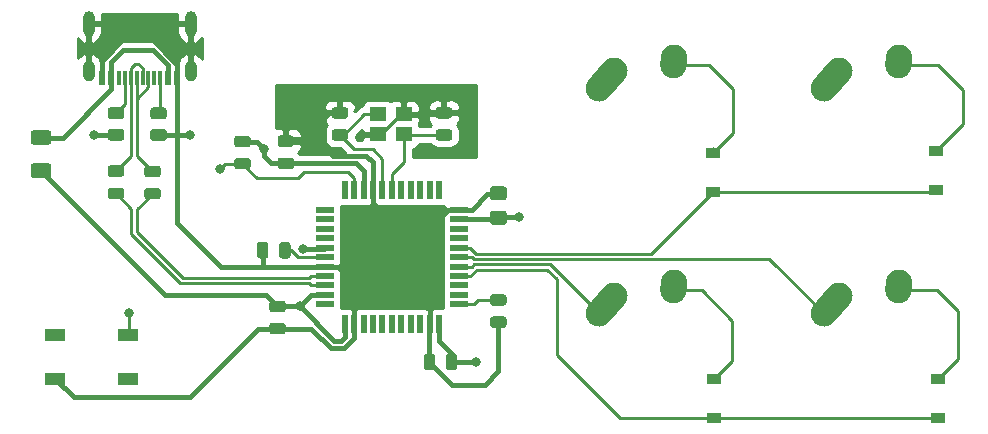
<source format=gbr>
G04 #@! TF.GenerationSoftware,KiCad,Pcbnew,(5.1.9-0-10_14)*
G04 #@! TF.CreationDate,2021-07-26T10:25:34-04:00*
G04 #@! TF.ProjectId,4key-pcb,346b6579-2d70-4636-922e-6b696361645f,rev?*
G04 #@! TF.SameCoordinates,Original*
G04 #@! TF.FileFunction,Copper,L2,Bot*
G04 #@! TF.FilePolarity,Positive*
%FSLAX46Y46*%
G04 Gerber Fmt 4.6, Leading zero omitted, Abs format (unit mm)*
G04 Created by KiCad (PCBNEW (5.1.9-0-10_14)) date 2021-07-26 10:25:34*
%MOMM*%
%LPD*%
G01*
G04 APERTURE LIST*
G04 #@! TA.AperFunction,ConnectorPad*
%ADD10R,0.600000X1.150000*%
G04 #@! TD*
G04 #@! TA.AperFunction,ConnectorPad*
%ADD11R,0.300000X1.150000*%
G04 #@! TD*
G04 #@! TA.AperFunction,ComponentPad*
%ADD12O,1.000000X2.200000*%
G04 #@! TD*
G04 #@! TA.AperFunction,ComponentPad*
%ADD13O,1.000000X1.800000*%
G04 #@! TD*
G04 #@! TA.AperFunction,ComponentPad*
%ADD14C,2.250000*%
G04 #@! TD*
G04 #@! TA.AperFunction,SMDPad,CuDef*
%ADD15R,1.400000X1.200000*%
G04 #@! TD*
G04 #@! TA.AperFunction,SMDPad,CuDef*
%ADD16R,1.200000X0.900000*%
G04 #@! TD*
G04 #@! TA.AperFunction,SMDPad,CuDef*
%ADD17R,1.500000X0.550000*%
G04 #@! TD*
G04 #@! TA.AperFunction,SMDPad,CuDef*
%ADD18R,0.550000X1.500000*%
G04 #@! TD*
G04 #@! TA.AperFunction,SMDPad,CuDef*
%ADD19R,1.800000X1.100000*%
G04 #@! TD*
G04 #@! TA.AperFunction,ViaPad*
%ADD20C,0.800000*%
G04 #@! TD*
G04 #@! TA.AperFunction,Conductor*
%ADD21C,0.381000*%
G04 #@! TD*
G04 #@! TA.AperFunction,Conductor*
%ADD22C,0.254000*%
G04 #@! TD*
G04 #@! TA.AperFunction,Conductor*
%ADD23C,0.100000*%
G04 #@! TD*
G04 APERTURE END LIST*
D10*
X60150000Y-93325000D03*
X60950000Y-93325000D03*
X66550000Y-93325000D03*
X65750000Y-93325000D03*
D11*
X61600000Y-93325000D03*
X62100000Y-93325000D03*
X62600000Y-93325000D03*
X63100000Y-93325000D03*
X65100000Y-93325000D03*
X64600000Y-93325000D03*
X64100000Y-93325000D03*
X63600000Y-93325000D03*
D12*
X67670000Y-88750000D03*
X59030000Y-88750000D03*
D13*
X59030000Y-92750000D03*
X67670000Y-92750000D03*
G04 #@! TA.AperFunction,SMDPad,CuDef*
G36*
G01*
X64499998Y-97662500D02*
X65400002Y-97662500D01*
G75*
G02*
X65650000Y-97912498I0J-249998D01*
G01*
X65650000Y-98437502D01*
G75*
G02*
X65400002Y-98687500I-249998J0D01*
G01*
X64499998Y-98687500D01*
G75*
G02*
X64250000Y-98437502I0J249998D01*
G01*
X64250000Y-97912498D01*
G75*
G02*
X64499998Y-97662500I249998J0D01*
G01*
G37*
G04 #@! TD.AperFunction*
G04 #@! TA.AperFunction,SMDPad,CuDef*
G36*
G01*
X64499998Y-95837500D02*
X65400002Y-95837500D01*
G75*
G02*
X65650000Y-96087498I0J-249998D01*
G01*
X65650000Y-96612502D01*
G75*
G02*
X65400002Y-96862500I-249998J0D01*
G01*
X64499998Y-96862500D01*
G75*
G02*
X64250000Y-96612502I0J249998D01*
G01*
X64250000Y-96087498D01*
G75*
G02*
X64499998Y-95837500I249998J0D01*
G01*
G37*
G04 #@! TD.AperFunction*
G04 #@! TA.AperFunction,SMDPad,CuDef*
G36*
G01*
X60899998Y-97662500D02*
X61800002Y-97662500D01*
G75*
G02*
X62050000Y-97912498I0J-249998D01*
G01*
X62050000Y-98437502D01*
G75*
G02*
X61800002Y-98687500I-249998J0D01*
G01*
X60899998Y-98687500D01*
G75*
G02*
X60650000Y-98437502I0J249998D01*
G01*
X60650000Y-97912498D01*
G75*
G02*
X60899998Y-97662500I249998J0D01*
G01*
G37*
G04 #@! TD.AperFunction*
G04 #@! TA.AperFunction,SMDPad,CuDef*
G36*
G01*
X60899998Y-95837500D02*
X61800002Y-95837500D01*
G75*
G02*
X62050000Y-96087498I0J-249998D01*
G01*
X62050000Y-96612502D01*
G75*
G02*
X61800002Y-96862500I-249998J0D01*
G01*
X60899998Y-96862500D01*
G75*
G02*
X60650000Y-96612502I0J249998D01*
G01*
X60650000Y-96087498D01*
G75*
G02*
X60899998Y-95837500I249998J0D01*
G01*
G37*
G04 #@! TD.AperFunction*
G04 #@! TA.AperFunction,SMDPad,CuDef*
G36*
G01*
X94201000Y-103705000D02*
X93251000Y-103705000D01*
G75*
G02*
X93001000Y-103455000I0J250000D01*
G01*
X93001000Y-102780000D01*
G75*
G02*
X93251000Y-102530000I250000J0D01*
G01*
X94201000Y-102530000D01*
G75*
G02*
X94451000Y-102780000I0J-250000D01*
G01*
X94451000Y-103455000D01*
G75*
G02*
X94201000Y-103705000I-250000J0D01*
G01*
G37*
G04 #@! TD.AperFunction*
G04 #@! TA.AperFunction,SMDPad,CuDef*
G36*
G01*
X94201000Y-105780000D02*
X93251000Y-105780000D01*
G75*
G02*
X93001000Y-105530000I0J250000D01*
G01*
X93001000Y-104855000D01*
G75*
G02*
X93251000Y-104605000I250000J0D01*
G01*
X94201000Y-104605000D01*
G75*
G02*
X94451000Y-104855000I0J-250000D01*
G01*
X94451000Y-105530000D01*
G75*
G02*
X94201000Y-105780000I-250000J0D01*
G01*
G37*
G04 #@! TD.AperFunction*
G04 #@! TA.AperFunction,ComponentPad*
G36*
G01*
X127518483Y-112446395D02*
X127517597Y-112446334D01*
G75*
G02*
X126472666Y-111246597I77403J1122334D01*
G01*
X126512666Y-110666597D01*
G75*
G02*
X127712403Y-109621666I1122334J-77403D01*
G01*
X127712403Y-109621666D01*
G75*
G02*
X128757334Y-110821403I-77403J-1122334D01*
G01*
X128717334Y-111401403D01*
G75*
G02*
X127517597Y-112446334I-1122334J77403D01*
G01*
G37*
G04 #@! TD.AperFunction*
D14*
X127635000Y-110744000D03*
G04 #@! TA.AperFunction,ComponentPad*
G36*
G01*
X120533688Y-114121350D02*
X120533683Y-114121345D01*
G75*
G02*
X120447655Y-112532683I751317J837345D01*
G01*
X121757657Y-111072683D01*
G75*
G02*
X123346319Y-110986655I837345J-751317D01*
G01*
X123346319Y-110986655D01*
G75*
G02*
X123432347Y-112575317I-751317J-837345D01*
G01*
X122122345Y-114035317D01*
G75*
G02*
X120533683Y-114121345I-837345J751317D01*
G01*
G37*
G04 #@! TD.AperFunction*
X122595000Y-111824000D03*
X103545000Y-92774000D03*
G04 #@! TA.AperFunction,ComponentPad*
G36*
G01*
X101483688Y-95071350D02*
X101483683Y-95071345D01*
G75*
G02*
X101397655Y-93482683I751317J837345D01*
G01*
X102707657Y-92022683D01*
G75*
G02*
X104296319Y-91936655I837345J-751317D01*
G01*
X104296319Y-91936655D01*
G75*
G02*
X104382347Y-93525317I-751317J-837345D01*
G01*
X103072345Y-94985317D01*
G75*
G02*
X101483683Y-95071345I-837345J751317D01*
G01*
G37*
G04 #@! TD.AperFunction*
X108585000Y-91694000D03*
G04 #@! TA.AperFunction,ComponentPad*
G36*
G01*
X108468483Y-93396395D02*
X108467597Y-93396334D01*
G75*
G02*
X107422666Y-92196597I77403J1122334D01*
G01*
X107462666Y-91616597D01*
G75*
G02*
X108662403Y-90571666I1122334J-77403D01*
G01*
X108662403Y-90571666D01*
G75*
G02*
X109707334Y-91771403I-77403J-1122334D01*
G01*
X109667334Y-92351403D01*
G75*
G02*
X108467597Y-93396334I-1122334J77403D01*
G01*
G37*
G04 #@! TD.AperFunction*
G04 #@! TA.AperFunction,SMDPad,CuDef*
G36*
G01*
X88372500Y-116943750D02*
X88372500Y-117856250D01*
G75*
G02*
X88128750Y-118100000I-243750J0D01*
G01*
X87641250Y-118100000D01*
G75*
G02*
X87397500Y-117856250I0J243750D01*
G01*
X87397500Y-116943750D01*
G75*
G02*
X87641250Y-116700000I243750J0D01*
G01*
X88128750Y-116700000D01*
G75*
G02*
X88372500Y-116943750I0J-243750D01*
G01*
G37*
G04 #@! TD.AperFunction*
G04 #@! TA.AperFunction,SMDPad,CuDef*
G36*
G01*
X90247500Y-116943750D02*
X90247500Y-117856250D01*
G75*
G02*
X90003750Y-118100000I-243750J0D01*
G01*
X89516250Y-118100000D01*
G75*
G02*
X89272500Y-117856250I0J243750D01*
G01*
X89272500Y-116943750D01*
G75*
G02*
X89516250Y-116700000I243750J0D01*
G01*
X90003750Y-116700000D01*
G75*
G02*
X90247500Y-116943750I0J-243750D01*
G01*
G37*
G04 #@! TD.AperFunction*
G04 #@! TA.AperFunction,SMDPad,CuDef*
G36*
G01*
X76186250Y-99192500D02*
X75273750Y-99192500D01*
G75*
G02*
X75030000Y-98948750I0J243750D01*
G01*
X75030000Y-98461250D01*
G75*
G02*
X75273750Y-98217500I243750J0D01*
G01*
X76186250Y-98217500D01*
G75*
G02*
X76430000Y-98461250I0J-243750D01*
G01*
X76430000Y-98948750D01*
G75*
G02*
X76186250Y-99192500I-243750J0D01*
G01*
G37*
G04 #@! TD.AperFunction*
G04 #@! TA.AperFunction,SMDPad,CuDef*
G36*
G01*
X76186250Y-101067500D02*
X75273750Y-101067500D01*
G75*
G02*
X75030000Y-100823750I0J243750D01*
G01*
X75030000Y-100336250D01*
G75*
G02*
X75273750Y-100092500I243750J0D01*
G01*
X76186250Y-100092500D01*
G75*
G02*
X76430000Y-100336250I0J-243750D01*
G01*
X76430000Y-100823750D01*
G75*
G02*
X76186250Y-101067500I-243750J0D01*
G01*
G37*
G04 #@! TD.AperFunction*
G04 #@! TA.AperFunction,SMDPad,CuDef*
G36*
G01*
X74563750Y-114087500D02*
X75476250Y-114087500D01*
G75*
G02*
X75720000Y-114331250I0J-243750D01*
G01*
X75720000Y-114818750D01*
G75*
G02*
X75476250Y-115062500I-243750J0D01*
G01*
X74563750Y-115062500D01*
G75*
G02*
X74320000Y-114818750I0J243750D01*
G01*
X74320000Y-114331250D01*
G75*
G02*
X74563750Y-114087500I243750J0D01*
G01*
G37*
G04 #@! TD.AperFunction*
G04 #@! TA.AperFunction,SMDPad,CuDef*
G36*
G01*
X74563750Y-112212500D02*
X75476250Y-112212500D01*
G75*
G02*
X75720000Y-112456250I0J-243750D01*
G01*
X75720000Y-112943750D01*
G75*
G02*
X75476250Y-113187500I-243750J0D01*
G01*
X74563750Y-113187500D01*
G75*
G02*
X74320000Y-112943750I0J243750D01*
G01*
X74320000Y-112456250D01*
G75*
G02*
X74563750Y-112212500I243750J0D01*
G01*
G37*
G04 #@! TD.AperFunction*
G04 #@! TA.AperFunction,SMDPad,CuDef*
G36*
G01*
X89576250Y-96790000D02*
X88663750Y-96790000D01*
G75*
G02*
X88420000Y-96546250I0J243750D01*
G01*
X88420000Y-96058750D01*
G75*
G02*
X88663750Y-95815000I243750J0D01*
G01*
X89576250Y-95815000D01*
G75*
G02*
X89820000Y-96058750I0J-243750D01*
G01*
X89820000Y-96546250D01*
G75*
G02*
X89576250Y-96790000I-243750J0D01*
G01*
G37*
G04 #@! TD.AperFunction*
G04 #@! TA.AperFunction,SMDPad,CuDef*
G36*
G01*
X89576250Y-98665000D02*
X88663750Y-98665000D01*
G75*
G02*
X88420000Y-98421250I0J243750D01*
G01*
X88420000Y-97933750D01*
G75*
G02*
X88663750Y-97690000I243750J0D01*
G01*
X89576250Y-97690000D01*
G75*
G02*
X89820000Y-97933750I0J-243750D01*
G01*
X89820000Y-98421250D01*
G75*
G02*
X89576250Y-98665000I-243750J0D01*
G01*
G37*
G04 #@! TD.AperFunction*
G04 #@! TA.AperFunction,SMDPad,CuDef*
G36*
G01*
X80766250Y-96797500D02*
X79853750Y-96797500D01*
G75*
G02*
X79610000Y-96553750I0J243750D01*
G01*
X79610000Y-96066250D01*
G75*
G02*
X79853750Y-95822500I243750J0D01*
G01*
X80766250Y-95822500D01*
G75*
G02*
X81010000Y-96066250I0J-243750D01*
G01*
X81010000Y-96553750D01*
G75*
G02*
X80766250Y-96797500I-243750J0D01*
G01*
G37*
G04 #@! TD.AperFunction*
G04 #@! TA.AperFunction,SMDPad,CuDef*
G36*
G01*
X80766250Y-98672500D02*
X79853750Y-98672500D01*
G75*
G02*
X79610000Y-98428750I0J243750D01*
G01*
X79610000Y-97941250D01*
G75*
G02*
X79853750Y-97697500I243750J0D01*
G01*
X80766250Y-97697500D01*
G75*
G02*
X81010000Y-97941250I0J-243750D01*
G01*
X81010000Y-98428750D01*
G75*
G02*
X80766250Y-98672500I-243750J0D01*
G01*
G37*
G04 #@! TD.AperFunction*
G04 #@! TA.AperFunction,SMDPad,CuDef*
G36*
G01*
X74252500Y-107483750D02*
X74252500Y-108396250D01*
G75*
G02*
X74008750Y-108640000I-243750J0D01*
G01*
X73521250Y-108640000D01*
G75*
G02*
X73277500Y-108396250I0J243750D01*
G01*
X73277500Y-107483750D01*
G75*
G02*
X73521250Y-107240000I243750J0D01*
G01*
X74008750Y-107240000D01*
G75*
G02*
X74252500Y-107483750I0J-243750D01*
G01*
G37*
G04 #@! TD.AperFunction*
G04 #@! TA.AperFunction,SMDPad,CuDef*
G36*
G01*
X76127500Y-107483750D02*
X76127500Y-108396250D01*
G75*
G02*
X75883750Y-108640000I-243750J0D01*
G01*
X75396250Y-108640000D01*
G75*
G02*
X75152500Y-108396250I0J243750D01*
G01*
X75152500Y-107483750D01*
G75*
G02*
X75396250Y-107240000I243750J0D01*
G01*
X75883750Y-107240000D01*
G75*
G02*
X76127500Y-107483750I0J-243750D01*
G01*
G37*
G04 #@! TD.AperFunction*
D15*
X85720000Y-98140000D03*
X83520000Y-98140000D03*
X83520000Y-96440000D03*
X85720000Y-96440000D03*
D16*
X112014000Y-118874000D03*
X112014000Y-122174000D03*
X130810000Y-102869000D03*
X130810000Y-99569000D03*
X111887000Y-99697000D03*
X111887000Y-102997000D03*
X130937000Y-122174000D03*
X130937000Y-118874000D03*
G04 #@! TA.AperFunction,SMDPad,CuDef*
G36*
G01*
X55625000Y-101825000D02*
X54375000Y-101825000D01*
G75*
G02*
X54125000Y-101575000I0J250000D01*
G01*
X54125000Y-100825000D01*
G75*
G02*
X54375000Y-100575000I250000J0D01*
G01*
X55625000Y-100575000D01*
G75*
G02*
X55875000Y-100825000I0J-250000D01*
G01*
X55875000Y-101575000D01*
G75*
G02*
X55625000Y-101825000I-250000J0D01*
G01*
G37*
G04 #@! TD.AperFunction*
G04 #@! TA.AperFunction,SMDPad,CuDef*
G36*
G01*
X55625000Y-99025000D02*
X54375000Y-99025000D01*
G75*
G02*
X54125000Y-98775000I0J250000D01*
G01*
X54125000Y-98025000D01*
G75*
G02*
X54375000Y-97775000I250000J0D01*
G01*
X55625000Y-97775000D01*
G75*
G02*
X55875000Y-98025000I0J-250000D01*
G01*
X55875000Y-98775000D01*
G75*
G02*
X55625000Y-99025000I-250000J0D01*
G01*
G37*
G04 #@! TD.AperFunction*
G04 #@! TA.AperFunction,ComponentPad*
G36*
G01*
X127518483Y-93396395D02*
X127517597Y-93396334D01*
G75*
G02*
X126472666Y-92196597I77403J1122334D01*
G01*
X126512666Y-91616597D01*
G75*
G02*
X127712403Y-90571666I1122334J-77403D01*
G01*
X127712403Y-90571666D01*
G75*
G02*
X128757334Y-91771403I-77403J-1122334D01*
G01*
X128717334Y-92351403D01*
G75*
G02*
X127517597Y-93396334I-1122334J77403D01*
G01*
G37*
G04 #@! TD.AperFunction*
D14*
X127635000Y-91694000D03*
G04 #@! TA.AperFunction,ComponentPad*
G36*
G01*
X120533688Y-95071350D02*
X120533683Y-95071345D01*
G75*
G02*
X120447655Y-93482683I751317J837345D01*
G01*
X121757657Y-92022683D01*
G75*
G02*
X123346319Y-91936655I837345J-751317D01*
G01*
X123346319Y-91936655D01*
G75*
G02*
X123432347Y-93525317I-751317J-837345D01*
G01*
X122122345Y-94985317D01*
G75*
G02*
X120533683Y-95071345I-837345J751317D01*
G01*
G37*
G04 #@! TD.AperFunction*
X122595000Y-92774000D03*
X103545000Y-111824000D03*
G04 #@! TA.AperFunction,ComponentPad*
G36*
G01*
X101483688Y-114121350D02*
X101483683Y-114121345D01*
G75*
G02*
X101397655Y-112532683I751317J837345D01*
G01*
X102707657Y-111072683D01*
G75*
G02*
X104296319Y-110986655I837345J-751317D01*
G01*
X104296319Y-110986655D01*
G75*
G02*
X104382347Y-112575317I-751317J-837345D01*
G01*
X103072345Y-114035317D01*
G75*
G02*
X101483683Y-114121345I-837345J751317D01*
G01*
G37*
G04 #@! TD.AperFunction*
X108585000Y-110744000D03*
G04 #@! TA.AperFunction,ComponentPad*
G36*
G01*
X108468483Y-112446395D02*
X108467597Y-112446334D01*
G75*
G02*
X107422666Y-111246597I77403J1122334D01*
G01*
X107462666Y-110666597D01*
G75*
G02*
X108662403Y-109621666I1122334J-77403D01*
G01*
X108662403Y-109621666D01*
G75*
G02*
X109707334Y-110821403I-77403J-1122334D01*
G01*
X109667334Y-111401403D01*
G75*
G02*
X108467597Y-112446334I-1122334J77403D01*
G01*
G37*
G04 #@! TD.AperFunction*
D17*
X79009000Y-112521500D03*
X79009000Y-111721500D03*
X79009000Y-110921500D03*
X79009000Y-110121500D03*
X79009000Y-109321500D03*
X79009000Y-108521500D03*
X79009000Y-107721500D03*
X79009000Y-106921500D03*
X79009000Y-106121500D03*
X79009000Y-105321500D03*
X79009000Y-104521500D03*
D18*
X80709000Y-102821500D03*
X81509000Y-102821500D03*
X82309000Y-102821500D03*
X83109000Y-102821500D03*
X83909000Y-102821500D03*
X84709000Y-102821500D03*
X85509000Y-102821500D03*
X86309000Y-102821500D03*
X87109000Y-102821500D03*
X87909000Y-102821500D03*
X88709000Y-102821500D03*
D17*
X90409000Y-104521500D03*
X90409000Y-105321500D03*
X90409000Y-106121500D03*
X90409000Y-106921500D03*
X90409000Y-107721500D03*
X90409000Y-108521500D03*
X90409000Y-109321500D03*
X90409000Y-110121500D03*
X90409000Y-110921500D03*
X90409000Y-111721500D03*
X90409000Y-112521500D03*
D18*
X88709000Y-114221500D03*
X87909000Y-114221500D03*
X87109000Y-114221500D03*
X86309000Y-114221500D03*
X85509000Y-114221500D03*
X84709000Y-114221500D03*
X83909000Y-114221500D03*
X83109000Y-114221500D03*
X82309000Y-114221500D03*
X81509000Y-114221500D03*
X80709000Y-114221500D03*
G04 #@! TA.AperFunction,SMDPad,CuDef*
G36*
G01*
X64906250Y-101762500D02*
X63993750Y-101762500D01*
G75*
G02*
X63750000Y-101518750I0J243750D01*
G01*
X63750000Y-101031250D01*
G75*
G02*
X63993750Y-100787500I243750J0D01*
G01*
X64906250Y-100787500D01*
G75*
G02*
X65150000Y-101031250I0J-243750D01*
G01*
X65150000Y-101518750D01*
G75*
G02*
X64906250Y-101762500I-243750J0D01*
G01*
G37*
G04 #@! TD.AperFunction*
G04 #@! TA.AperFunction,SMDPad,CuDef*
G36*
G01*
X64906250Y-103637500D02*
X63993750Y-103637500D01*
G75*
G02*
X63750000Y-103393750I0J243750D01*
G01*
X63750000Y-102906250D01*
G75*
G02*
X63993750Y-102662500I243750J0D01*
G01*
X64906250Y-102662500D01*
G75*
G02*
X65150000Y-102906250I0J-243750D01*
G01*
X65150000Y-103393750D01*
G75*
G02*
X64906250Y-103637500I-243750J0D01*
G01*
G37*
G04 #@! TD.AperFunction*
G04 #@! TA.AperFunction,SMDPad,CuDef*
G36*
G01*
X61806250Y-103612500D02*
X60893750Y-103612500D01*
G75*
G02*
X60650000Y-103368750I0J243750D01*
G01*
X60650000Y-102881250D01*
G75*
G02*
X60893750Y-102637500I243750J0D01*
G01*
X61806250Y-102637500D01*
G75*
G02*
X62050000Y-102881250I0J-243750D01*
G01*
X62050000Y-103368750D01*
G75*
G02*
X61806250Y-103612500I-243750J0D01*
G01*
G37*
G04 #@! TD.AperFunction*
G04 #@! TA.AperFunction,SMDPad,CuDef*
G36*
G01*
X61806250Y-101737500D02*
X60893750Y-101737500D01*
G75*
G02*
X60650000Y-101493750I0J243750D01*
G01*
X60650000Y-101006250D01*
G75*
G02*
X60893750Y-100762500I243750J0D01*
G01*
X61806250Y-100762500D01*
G75*
G02*
X62050000Y-101006250I0J-243750D01*
G01*
X62050000Y-101493750D01*
G75*
G02*
X61806250Y-101737500I-243750J0D01*
G01*
G37*
G04 #@! TD.AperFunction*
G04 #@! TA.AperFunction,SMDPad,CuDef*
G36*
G01*
X94182250Y-112643500D02*
X93269750Y-112643500D01*
G75*
G02*
X93026000Y-112399750I0J243750D01*
G01*
X93026000Y-111912250D01*
G75*
G02*
X93269750Y-111668500I243750J0D01*
G01*
X94182250Y-111668500D01*
G75*
G02*
X94426000Y-111912250I0J-243750D01*
G01*
X94426000Y-112399750D01*
G75*
G02*
X94182250Y-112643500I-243750J0D01*
G01*
G37*
G04 #@! TD.AperFunction*
G04 #@! TA.AperFunction,SMDPad,CuDef*
G36*
G01*
X94182250Y-114518500D02*
X93269750Y-114518500D01*
G75*
G02*
X93026000Y-114274750I0J243750D01*
G01*
X93026000Y-113787250D01*
G75*
G02*
X93269750Y-113543500I243750J0D01*
G01*
X94182250Y-113543500D01*
G75*
G02*
X94426000Y-113787250I0J-243750D01*
G01*
X94426000Y-114274750D01*
G75*
G02*
X94182250Y-114518500I-243750J0D01*
G01*
G37*
G04 #@! TD.AperFunction*
G04 #@! TA.AperFunction,SMDPad,CuDef*
G36*
G01*
X71603750Y-98252500D02*
X72516250Y-98252500D01*
G75*
G02*
X72760000Y-98496250I0J-243750D01*
G01*
X72760000Y-98983750D01*
G75*
G02*
X72516250Y-99227500I-243750J0D01*
G01*
X71603750Y-99227500D01*
G75*
G02*
X71360000Y-98983750I0J243750D01*
G01*
X71360000Y-98496250D01*
G75*
G02*
X71603750Y-98252500I243750J0D01*
G01*
G37*
G04 #@! TD.AperFunction*
G04 #@! TA.AperFunction,SMDPad,CuDef*
G36*
G01*
X71603750Y-100127500D02*
X72516250Y-100127500D01*
G75*
G02*
X72760000Y-100371250I0J-243750D01*
G01*
X72760000Y-100858750D01*
G75*
G02*
X72516250Y-101102500I-243750J0D01*
G01*
X71603750Y-101102500D01*
G75*
G02*
X71360000Y-100858750I0J243750D01*
G01*
X71360000Y-100371250D01*
G75*
G02*
X71603750Y-100127500I243750J0D01*
G01*
G37*
G04 #@! TD.AperFunction*
D19*
X56209000Y-118817000D03*
X62409000Y-115117000D03*
X56209000Y-115117000D03*
X62409000Y-118817000D03*
D20*
X67600000Y-98200000D03*
X59500000Y-98200000D03*
X70180000Y-101040000D03*
X62430000Y-113230000D03*
X76910000Y-112700000D03*
X91810000Y-117440000D03*
X95480000Y-105130000D03*
X77220000Y-107794500D03*
X73900000Y-99410000D03*
D21*
X87885000Y-117400000D02*
X87885000Y-114245500D01*
X90409000Y-104521500D02*
X91498500Y-104521500D01*
X92802500Y-103217500D02*
X93726000Y-103217500D01*
X91498500Y-104521500D02*
X92802500Y-103217500D01*
X93726000Y-114031000D02*
X93726000Y-118194000D01*
X93726000Y-118194000D02*
X92600000Y-119320000D01*
X89805000Y-119320000D02*
X87885000Y-117400000D01*
X92600000Y-119320000D02*
X89805000Y-119320000D01*
X81509000Y-114221500D02*
X81509000Y-115411000D01*
X81509000Y-115411000D02*
X80690000Y-116230000D01*
X80690000Y-116230000D02*
X79550000Y-116230000D01*
X77895000Y-114575000D02*
X75020000Y-114575000D01*
X79550000Y-116230000D02*
X77895000Y-114575000D01*
X73765000Y-109185000D02*
X73628500Y-109321500D01*
X73765000Y-107940000D02*
X73765000Y-109185000D01*
X73628500Y-109321500D02*
X79009000Y-109321500D01*
X70241500Y-109321500D02*
X73628500Y-109321500D01*
X83520000Y-98140000D02*
X83760000Y-98140000D01*
X85460000Y-96440000D02*
X85720000Y-96440000D01*
D22*
X83760000Y-98140000D02*
X85460000Y-96440000D01*
D21*
X88982500Y-96440000D02*
X89120000Y-96302500D01*
X85720000Y-96440000D02*
X88982500Y-96440000D01*
X80310000Y-95110000D02*
X80310000Y-96310000D01*
X80790000Y-94630000D02*
X80310000Y-95110000D01*
X88460000Y-94630000D02*
X80790000Y-94630000D01*
X89120000Y-95290000D02*
X88460000Y-94630000D01*
X89120000Y-96302500D02*
X89120000Y-95290000D01*
X80310000Y-96310000D02*
X79400000Y-96310000D01*
X79400000Y-96310000D02*
X78940000Y-96770000D01*
X78940000Y-99150000D02*
X79710000Y-99920000D01*
X79710000Y-99920000D02*
X82520000Y-99920000D01*
X83109000Y-100509000D02*
X83109000Y-102821500D01*
X82520000Y-99920000D02*
X83109000Y-100509000D01*
X75895000Y-98540000D02*
X75730000Y-98705000D01*
X78940000Y-98540000D02*
X75895000Y-98540000D01*
X78940000Y-96770000D02*
X78940000Y-98540000D01*
X78940000Y-98540000D02*
X78940000Y-99150000D01*
X75020000Y-114575000D02*
X73395000Y-114575000D01*
X73395000Y-114575000D02*
X67580000Y-120390000D01*
X57782000Y-120390000D02*
X56209000Y-118817000D01*
X67580000Y-120390000D02*
X57782000Y-120390000D01*
X81509000Y-110690500D02*
X81509000Y-114221500D01*
X80140000Y-109321500D02*
X81509000Y-110690500D01*
X79009000Y-109321500D02*
X80140000Y-109321500D01*
X87909000Y-111509000D02*
X87909000Y-114221500D01*
X87090500Y-110690500D02*
X87909000Y-111509000D01*
X81509000Y-110690500D02*
X87090500Y-110690500D01*
X89481098Y-104521500D02*
X90409000Y-104521500D01*
X87090500Y-106912098D02*
X89481098Y-104521500D01*
X87090500Y-110690500D02*
X87090500Y-106912098D01*
X83109000Y-103952500D02*
X83109000Y-102821500D01*
X86068598Y-106912098D02*
X83109000Y-103952500D01*
X87090500Y-106912098D02*
X86068598Y-106912098D01*
X66550000Y-105630000D02*
X70241500Y-109321500D01*
X64950000Y-98175000D02*
X66525000Y-98175000D01*
X66525000Y-98175000D02*
X66550000Y-98150000D01*
X66550000Y-98150000D02*
X66550000Y-105630000D01*
X66550000Y-93325000D02*
X66550000Y-98150000D01*
X67575000Y-98175000D02*
X67600000Y-98200000D01*
X64950000Y-98175000D02*
X67575000Y-98175000D01*
X61325000Y-98200000D02*
X61350000Y-98175000D01*
X59500000Y-98200000D02*
X61325000Y-98200000D01*
X60150000Y-91900000D02*
X60150000Y-93325000D01*
X64496672Y-90175000D02*
X61875000Y-90175000D01*
X61875000Y-90175000D02*
X60150000Y-91900000D01*
X66550000Y-92228328D02*
X64496672Y-90175000D01*
X66550000Y-93325000D02*
X66550000Y-92228328D01*
D22*
X81509000Y-102821500D02*
X81509000Y-101839000D01*
X81509000Y-101839000D02*
X80980000Y-101310000D01*
X80980000Y-101310000D02*
X77270000Y-101310000D01*
X77270000Y-101310000D02*
X76740000Y-101840000D01*
X73285000Y-101840000D02*
X72060000Y-100615000D01*
X76740000Y-101840000D02*
X73285000Y-101840000D01*
X70605000Y-100615000D02*
X70180000Y-101040000D01*
X72060000Y-100615000D02*
X70605000Y-100615000D01*
X62430000Y-115096000D02*
X62409000Y-115117000D01*
X62430000Y-113230000D02*
X62430000Y-115096000D01*
X63100000Y-93325000D02*
X63100000Y-95138602D01*
X63100000Y-99925000D02*
X64450000Y-101275000D01*
X63100000Y-95138602D02*
X63100000Y-99925000D01*
X63115398Y-95138602D02*
X63100000Y-95138602D01*
X64100000Y-94154000D02*
X63115398Y-95138602D01*
X64100000Y-93325000D02*
X64100000Y-94154000D01*
X63600000Y-92511398D02*
X63238602Y-92150000D01*
X63600000Y-93325000D02*
X63600000Y-92511398D01*
X62600000Y-92511398D02*
X62600000Y-93325000D01*
X62961398Y-92150000D02*
X62600000Y-92511398D01*
X63238602Y-92150000D02*
X62961398Y-92150000D01*
X62600000Y-100000000D02*
X61350000Y-101250000D01*
X62600000Y-93325000D02*
X62600000Y-100000000D01*
D21*
X56831000Y-98400000D02*
X55000000Y-98400000D01*
X60950000Y-94281000D02*
X56831000Y-98400000D01*
X60950000Y-93325000D02*
X60950000Y-94281000D01*
X65750000Y-93325000D02*
X65750000Y-92250000D01*
X65750000Y-92250000D02*
X64525000Y-91025000D01*
X64525000Y-91025000D02*
X61950000Y-91025000D01*
X60950000Y-92025000D02*
X60950000Y-93325000D01*
X61950000Y-91025000D02*
X60950000Y-92025000D01*
X75020000Y-112700000D02*
X76910000Y-112700000D01*
X77888500Y-111721500D02*
X76910000Y-112700000D01*
X79009000Y-111721500D02*
X77888500Y-111721500D01*
X89800000Y-117440000D02*
X89760000Y-117400000D01*
X91810000Y-117440000D02*
X89800000Y-117440000D01*
X89760000Y-117400000D02*
X89760000Y-116690000D01*
X88709000Y-115639000D02*
X88709000Y-114221500D01*
X89760000Y-116690000D02*
X88709000Y-115639000D01*
X93763500Y-105130000D02*
X93726000Y-105092500D01*
X95480000Y-105130000D02*
X93763500Y-105130000D01*
X93497000Y-105321500D02*
X90409000Y-105321500D01*
X93726000Y-105092500D02*
X93497000Y-105321500D01*
X76910000Y-112700000D02*
X79800000Y-115590000D01*
X79800000Y-115590000D02*
X80390000Y-115590000D01*
X80709000Y-115271000D02*
X80709000Y-114221500D01*
X80390000Y-115590000D02*
X80709000Y-115271000D01*
X79000500Y-107730000D02*
X79009000Y-107721500D01*
X78936000Y-107794500D02*
X79009000Y-107721500D01*
X77220000Y-107794500D02*
X78936000Y-107794500D01*
X73900000Y-99410000D02*
X73270000Y-98780000D01*
X72100000Y-98780000D02*
X72060000Y-98740000D01*
X73270000Y-98780000D02*
X72100000Y-98780000D01*
X73900000Y-99410000D02*
X73900000Y-99980000D01*
X74500000Y-100580000D02*
X75730000Y-100580000D01*
X73900000Y-99980000D02*
X74500000Y-100580000D01*
X82309000Y-101229000D02*
X82309000Y-102821500D01*
X81660000Y-100580000D02*
X82309000Y-101229000D01*
X75730000Y-100580000D02*
X81660000Y-100580000D01*
X65521500Y-111721500D02*
X55000000Y-101200000D01*
X74041500Y-111721500D02*
X65521500Y-111721500D01*
X75020000Y-112700000D02*
X74041500Y-111721500D01*
D22*
X93360500Y-112521500D02*
X93726000Y-112156000D01*
X90409000Y-112521500D02*
X91678500Y-112521500D01*
X92044000Y-112156000D02*
X93726000Y-112156000D01*
X91678500Y-112521500D02*
X92044000Y-112156000D01*
X62650000Y-104425000D02*
X61350000Y-103125000D01*
X62650000Y-106567067D02*
X62650000Y-104425000D01*
X66811943Y-110729010D02*
X62650000Y-106567067D01*
X77700000Y-110729010D02*
X66811943Y-110729010D01*
X77892490Y-110921500D02*
X77700000Y-110729010D01*
X79009000Y-110921500D02*
X77892490Y-110921500D01*
X63150000Y-104450000D02*
X64450000Y-103150000D01*
X77700000Y-110275000D02*
X67000000Y-110275000D01*
X63150000Y-106425000D02*
X63150000Y-104450000D01*
X67000000Y-110275000D02*
X63150000Y-106425000D01*
X77853500Y-110121500D02*
X77700000Y-110275000D01*
X79009000Y-110121500D02*
X77853500Y-110121500D01*
X78997500Y-108510000D02*
X79009000Y-108521500D01*
X75640000Y-107940000D02*
X76200000Y-107940000D01*
X76781500Y-108521500D02*
X79009000Y-108521500D01*
X76200000Y-107940000D02*
X76781500Y-108521500D01*
X83520000Y-96440000D02*
X82390000Y-96440000D01*
X80645000Y-98185000D02*
X80310000Y-98185000D01*
X82390000Y-96440000D02*
X80645000Y-98185000D01*
X80310000Y-98185000D02*
X81525000Y-99400000D01*
X81525000Y-99400000D02*
X83090000Y-99400000D01*
X83909000Y-100219000D02*
X83909000Y-102821500D01*
X83090000Y-99400000D02*
X83909000Y-100219000D01*
X85720000Y-98140000D02*
X85720000Y-100500000D01*
X84709000Y-101511000D02*
X84709000Y-102821500D01*
X85720000Y-100500000D02*
X84709000Y-101511000D01*
X85757500Y-98177500D02*
X85720000Y-98140000D01*
X89120000Y-98177500D02*
X85757500Y-98177500D01*
X127595000Y-111324000D02*
X130834000Y-111324000D01*
X130834000Y-111324000D02*
X132620000Y-113110000D01*
X132620000Y-117191000D02*
X130937000Y-118874000D01*
X132620000Y-113110000D02*
X132620000Y-117191000D01*
X122550000Y-111779000D02*
X122595000Y-111824000D01*
X116676990Y-108675990D02*
X121285000Y-113284000D01*
X91650000Y-108675990D02*
X116676990Y-108675990D01*
X91495510Y-108521500D02*
X91650000Y-108675990D01*
X90409000Y-108521500D02*
X91495510Y-108521500D01*
X101774000Y-113284000D02*
X102235000Y-113284000D01*
X98081000Y-109130000D02*
X102235000Y-113284000D01*
X91690000Y-109130000D02*
X98081000Y-109130000D01*
X91498500Y-109321500D02*
X91690000Y-109130000D01*
X90409000Y-109321500D02*
X91498500Y-109321500D01*
X112014000Y-118491962D02*
X112014000Y-118874000D01*
X108545000Y-111324000D02*
X110934000Y-111324000D01*
X110934000Y-111324000D02*
X113540000Y-113930000D01*
X113540000Y-117348000D02*
X112014000Y-118874000D01*
X113540000Y-113930000D02*
X113540000Y-117348000D01*
X130810000Y-99187962D02*
X130810000Y-99569000D01*
X133100000Y-97279000D02*
X130810000Y-99569000D01*
X133100000Y-94390000D02*
X133100000Y-97279000D01*
X130984000Y-92274000D02*
X133100000Y-94390000D01*
X127595000Y-92274000D02*
X130984000Y-92274000D01*
X111887000Y-99314962D02*
X111887000Y-99697000D01*
X108545000Y-92274000D02*
X111564000Y-92274000D01*
X111564000Y-92274000D02*
X113560000Y-94270000D01*
X113560000Y-98024000D02*
X111887000Y-99697000D01*
X113560000Y-94270000D02*
X113560000Y-98024000D01*
X130937000Y-122174000D02*
X112014000Y-122174000D01*
X91340567Y-110121500D02*
X90409000Y-110121500D01*
X97854010Y-109584010D02*
X91878057Y-109584010D01*
X98670000Y-110400000D02*
X97854010Y-109584010D01*
X98670000Y-116810000D02*
X98670000Y-110400000D01*
X91878057Y-109584010D02*
X91340567Y-110121500D01*
X104034000Y-122174000D02*
X98670000Y-116810000D01*
X112014000Y-122174000D02*
X104034000Y-122174000D01*
X111864000Y-103020000D02*
X111887000Y-102997000D01*
X130659000Y-103020000D02*
X130810000Y-102869000D01*
X130682000Y-102997000D02*
X130810000Y-102869000D01*
X111887000Y-102997000D02*
X130682000Y-102997000D01*
X91838057Y-108221980D02*
X106662020Y-108221980D01*
X106662020Y-108221980D02*
X111887000Y-102997000D01*
X91337577Y-107721500D02*
X91838057Y-108221980D01*
X90409000Y-107721500D02*
X91337577Y-107721500D01*
X62100000Y-95600000D02*
X61350000Y-96350000D01*
X62100000Y-93325000D02*
X62100000Y-95600000D01*
X65100000Y-96200000D02*
X64950000Y-96350000D01*
X65100000Y-93325000D02*
X65100000Y-96200000D01*
X91873000Y-100072167D02*
X86482000Y-100036906D01*
X86482000Y-99371966D01*
X86544482Y-99365812D01*
X86664180Y-99329502D01*
X86774494Y-99270537D01*
X86871185Y-99191185D01*
X86950537Y-99094494D01*
X87009502Y-98984180D01*
X87023056Y-98939500D01*
X87953797Y-98939500D01*
X88040208Y-99044792D01*
X88173836Y-99154458D01*
X88326291Y-99235947D01*
X88491715Y-99286128D01*
X88663750Y-99303072D01*
X89576250Y-99303072D01*
X89748285Y-99286128D01*
X89913709Y-99235947D01*
X90066164Y-99154458D01*
X90199792Y-99044792D01*
X90309458Y-98911164D01*
X90390947Y-98758709D01*
X90441128Y-98593285D01*
X90458072Y-98421250D01*
X90458072Y-97933750D01*
X90441128Y-97761715D01*
X90390947Y-97596291D01*
X90309458Y-97443836D01*
X90199792Y-97310208D01*
X90193436Y-97304992D01*
X90271185Y-97241185D01*
X90350537Y-97144494D01*
X90409502Y-97034180D01*
X90445812Y-96914482D01*
X90458072Y-96790000D01*
X90455000Y-96588250D01*
X90296250Y-96429500D01*
X89247000Y-96429500D01*
X89247000Y-96449500D01*
X88993000Y-96449500D01*
X88993000Y-96429500D01*
X87943750Y-96429500D01*
X87785000Y-96588250D01*
X87781928Y-96790000D01*
X87794188Y-96914482D01*
X87830498Y-97034180D01*
X87889463Y-97144494D01*
X87968815Y-97241185D01*
X88046564Y-97304992D01*
X88040208Y-97310208D01*
X87953797Y-97415500D01*
X87045807Y-97415500D01*
X87009502Y-97295820D01*
X87006391Y-97290000D01*
X87009502Y-97284180D01*
X87045812Y-97164482D01*
X87058072Y-97040000D01*
X87055000Y-96725750D01*
X86896250Y-96567000D01*
X85847000Y-96567000D01*
X85847000Y-96587000D01*
X85593000Y-96587000D01*
X85593000Y-96567000D01*
X85573000Y-96567000D01*
X85573000Y-96313000D01*
X85593000Y-96313000D01*
X85593000Y-95363750D01*
X85847000Y-95363750D01*
X85847000Y-96313000D01*
X86896250Y-96313000D01*
X87055000Y-96154250D01*
X87058072Y-95840000D01*
X87055610Y-95815000D01*
X87781928Y-95815000D01*
X87785000Y-96016750D01*
X87943750Y-96175500D01*
X88993000Y-96175500D01*
X88993000Y-95338750D01*
X89247000Y-95338750D01*
X89247000Y-96175500D01*
X90296250Y-96175500D01*
X90455000Y-96016750D01*
X90458072Y-95815000D01*
X90445812Y-95690518D01*
X90409502Y-95570820D01*
X90350537Y-95460506D01*
X90271185Y-95363815D01*
X90174494Y-95284463D01*
X90064180Y-95225498D01*
X89944482Y-95189188D01*
X89820000Y-95176928D01*
X89405750Y-95180000D01*
X89247000Y-95338750D01*
X88993000Y-95338750D01*
X88834250Y-95180000D01*
X88420000Y-95176928D01*
X88295518Y-95189188D01*
X88175820Y-95225498D01*
X88065506Y-95284463D01*
X87968815Y-95363815D01*
X87889463Y-95460506D01*
X87830498Y-95570820D01*
X87794188Y-95690518D01*
X87781928Y-95815000D01*
X87055610Y-95815000D01*
X87045812Y-95715518D01*
X87009502Y-95595820D01*
X86950537Y-95485506D01*
X86871185Y-95388815D01*
X86774494Y-95309463D01*
X86664180Y-95250498D01*
X86544482Y-95214188D01*
X86420000Y-95201928D01*
X86005750Y-95205000D01*
X85847000Y-95363750D01*
X85593000Y-95363750D01*
X85434250Y-95205000D01*
X85020000Y-95201928D01*
X84895518Y-95214188D01*
X84775820Y-95250498D01*
X84665506Y-95309463D01*
X84620000Y-95346809D01*
X84574494Y-95309463D01*
X84464180Y-95250498D01*
X84344482Y-95214188D01*
X84220000Y-95201928D01*
X82820000Y-95201928D01*
X82695518Y-95214188D01*
X82575820Y-95250498D01*
X82465506Y-95309463D01*
X82368815Y-95388815D01*
X82289463Y-95485506D01*
X82230498Y-95595820D01*
X82198333Y-95701854D01*
X82096985Y-95732598D01*
X82035364Y-95765535D01*
X81964607Y-95803355D01*
X81922219Y-95838143D01*
X81848578Y-95898578D01*
X81824716Y-95927654D01*
X81569372Y-96182998D01*
X81486252Y-96182998D01*
X81645000Y-96024250D01*
X81648072Y-95822500D01*
X81635812Y-95698018D01*
X81599502Y-95578320D01*
X81540537Y-95468006D01*
X81461185Y-95371315D01*
X81364494Y-95291963D01*
X81254180Y-95232998D01*
X81134482Y-95196688D01*
X81010000Y-95184428D01*
X80595750Y-95187500D01*
X80437000Y-95346250D01*
X80437000Y-96183000D01*
X80457000Y-96183000D01*
X80457000Y-96437000D01*
X80437000Y-96437000D01*
X80437000Y-96457000D01*
X80183000Y-96457000D01*
X80183000Y-96437000D01*
X79133750Y-96437000D01*
X78975000Y-96595750D01*
X78971928Y-96797500D01*
X78984188Y-96921982D01*
X79020498Y-97041680D01*
X79079463Y-97151994D01*
X79158815Y-97248685D01*
X79236564Y-97312492D01*
X79230208Y-97317708D01*
X79120542Y-97451336D01*
X79039053Y-97603791D01*
X78988872Y-97769215D01*
X78971928Y-97941250D01*
X78971928Y-98428750D01*
X78988872Y-98600785D01*
X79039053Y-98766209D01*
X79120542Y-98918664D01*
X79230208Y-99052292D01*
X79363836Y-99161958D01*
X79516291Y-99243447D01*
X79681715Y-99293628D01*
X79853750Y-99310572D01*
X80357942Y-99310572D01*
X80801869Y-99754500D01*
X76844090Y-99754500D01*
X76809792Y-99712708D01*
X76803436Y-99707492D01*
X76881185Y-99643685D01*
X76960537Y-99546994D01*
X77019502Y-99436680D01*
X77055812Y-99316982D01*
X77068072Y-99192500D01*
X77065000Y-98990750D01*
X76906250Y-98832000D01*
X75857000Y-98832000D01*
X75857000Y-98852000D01*
X75603000Y-98852000D01*
X75603000Y-98832000D01*
X75583000Y-98832000D01*
X75583000Y-98578000D01*
X75603000Y-98578000D01*
X75603000Y-97741250D01*
X75857000Y-97741250D01*
X75857000Y-98578000D01*
X76906250Y-98578000D01*
X77065000Y-98419250D01*
X77068072Y-98217500D01*
X77055812Y-98093018D01*
X77019502Y-97973320D01*
X76960537Y-97863006D01*
X76881185Y-97766315D01*
X76784494Y-97686963D01*
X76674180Y-97627998D01*
X76554482Y-97591688D01*
X76430000Y-97579428D01*
X76015750Y-97582500D01*
X75857000Y-97741250D01*
X75603000Y-97741250D01*
X75444250Y-97582500D01*
X75030000Y-97579428D01*
X74927000Y-97589572D01*
X74927000Y-95822500D01*
X78971928Y-95822500D01*
X78975000Y-96024250D01*
X79133750Y-96183000D01*
X80183000Y-96183000D01*
X80183000Y-95346250D01*
X80024250Y-95187500D01*
X79610000Y-95184428D01*
X79485518Y-95196688D01*
X79365820Y-95232998D01*
X79255506Y-95291963D01*
X79158815Y-95371315D01*
X79079463Y-95468006D01*
X79020498Y-95578320D01*
X78984188Y-95698018D01*
X78971928Y-95822500D01*
X74927000Y-95822500D01*
X74927000Y-93927000D01*
X91873000Y-93927000D01*
X91873000Y-100072167D01*
G04 #@! TA.AperFunction,Conductor*
D23*
G36*
X91873000Y-100072167D02*
G01*
X86482000Y-100036906D01*
X86482000Y-99371966D01*
X86544482Y-99365812D01*
X86664180Y-99329502D01*
X86774494Y-99270537D01*
X86871185Y-99191185D01*
X86950537Y-99094494D01*
X87009502Y-98984180D01*
X87023056Y-98939500D01*
X87953797Y-98939500D01*
X88040208Y-99044792D01*
X88173836Y-99154458D01*
X88326291Y-99235947D01*
X88491715Y-99286128D01*
X88663750Y-99303072D01*
X89576250Y-99303072D01*
X89748285Y-99286128D01*
X89913709Y-99235947D01*
X90066164Y-99154458D01*
X90199792Y-99044792D01*
X90309458Y-98911164D01*
X90390947Y-98758709D01*
X90441128Y-98593285D01*
X90458072Y-98421250D01*
X90458072Y-97933750D01*
X90441128Y-97761715D01*
X90390947Y-97596291D01*
X90309458Y-97443836D01*
X90199792Y-97310208D01*
X90193436Y-97304992D01*
X90271185Y-97241185D01*
X90350537Y-97144494D01*
X90409502Y-97034180D01*
X90445812Y-96914482D01*
X90458072Y-96790000D01*
X90455000Y-96588250D01*
X90296250Y-96429500D01*
X89247000Y-96429500D01*
X89247000Y-96449500D01*
X88993000Y-96449500D01*
X88993000Y-96429500D01*
X87943750Y-96429500D01*
X87785000Y-96588250D01*
X87781928Y-96790000D01*
X87794188Y-96914482D01*
X87830498Y-97034180D01*
X87889463Y-97144494D01*
X87968815Y-97241185D01*
X88046564Y-97304992D01*
X88040208Y-97310208D01*
X87953797Y-97415500D01*
X87045807Y-97415500D01*
X87009502Y-97295820D01*
X87006391Y-97290000D01*
X87009502Y-97284180D01*
X87045812Y-97164482D01*
X87058072Y-97040000D01*
X87055000Y-96725750D01*
X86896250Y-96567000D01*
X85847000Y-96567000D01*
X85847000Y-96587000D01*
X85593000Y-96587000D01*
X85593000Y-96567000D01*
X85573000Y-96567000D01*
X85573000Y-96313000D01*
X85593000Y-96313000D01*
X85593000Y-95363750D01*
X85847000Y-95363750D01*
X85847000Y-96313000D01*
X86896250Y-96313000D01*
X87055000Y-96154250D01*
X87058072Y-95840000D01*
X87055610Y-95815000D01*
X87781928Y-95815000D01*
X87785000Y-96016750D01*
X87943750Y-96175500D01*
X88993000Y-96175500D01*
X88993000Y-95338750D01*
X89247000Y-95338750D01*
X89247000Y-96175500D01*
X90296250Y-96175500D01*
X90455000Y-96016750D01*
X90458072Y-95815000D01*
X90445812Y-95690518D01*
X90409502Y-95570820D01*
X90350537Y-95460506D01*
X90271185Y-95363815D01*
X90174494Y-95284463D01*
X90064180Y-95225498D01*
X89944482Y-95189188D01*
X89820000Y-95176928D01*
X89405750Y-95180000D01*
X89247000Y-95338750D01*
X88993000Y-95338750D01*
X88834250Y-95180000D01*
X88420000Y-95176928D01*
X88295518Y-95189188D01*
X88175820Y-95225498D01*
X88065506Y-95284463D01*
X87968815Y-95363815D01*
X87889463Y-95460506D01*
X87830498Y-95570820D01*
X87794188Y-95690518D01*
X87781928Y-95815000D01*
X87055610Y-95815000D01*
X87045812Y-95715518D01*
X87009502Y-95595820D01*
X86950537Y-95485506D01*
X86871185Y-95388815D01*
X86774494Y-95309463D01*
X86664180Y-95250498D01*
X86544482Y-95214188D01*
X86420000Y-95201928D01*
X86005750Y-95205000D01*
X85847000Y-95363750D01*
X85593000Y-95363750D01*
X85434250Y-95205000D01*
X85020000Y-95201928D01*
X84895518Y-95214188D01*
X84775820Y-95250498D01*
X84665506Y-95309463D01*
X84620000Y-95346809D01*
X84574494Y-95309463D01*
X84464180Y-95250498D01*
X84344482Y-95214188D01*
X84220000Y-95201928D01*
X82820000Y-95201928D01*
X82695518Y-95214188D01*
X82575820Y-95250498D01*
X82465506Y-95309463D01*
X82368815Y-95388815D01*
X82289463Y-95485506D01*
X82230498Y-95595820D01*
X82198333Y-95701854D01*
X82096985Y-95732598D01*
X82035364Y-95765535D01*
X81964607Y-95803355D01*
X81922219Y-95838143D01*
X81848578Y-95898578D01*
X81824716Y-95927654D01*
X81569372Y-96182998D01*
X81486252Y-96182998D01*
X81645000Y-96024250D01*
X81648072Y-95822500D01*
X81635812Y-95698018D01*
X81599502Y-95578320D01*
X81540537Y-95468006D01*
X81461185Y-95371315D01*
X81364494Y-95291963D01*
X81254180Y-95232998D01*
X81134482Y-95196688D01*
X81010000Y-95184428D01*
X80595750Y-95187500D01*
X80437000Y-95346250D01*
X80437000Y-96183000D01*
X80457000Y-96183000D01*
X80457000Y-96437000D01*
X80437000Y-96437000D01*
X80437000Y-96457000D01*
X80183000Y-96457000D01*
X80183000Y-96437000D01*
X79133750Y-96437000D01*
X78975000Y-96595750D01*
X78971928Y-96797500D01*
X78984188Y-96921982D01*
X79020498Y-97041680D01*
X79079463Y-97151994D01*
X79158815Y-97248685D01*
X79236564Y-97312492D01*
X79230208Y-97317708D01*
X79120542Y-97451336D01*
X79039053Y-97603791D01*
X78988872Y-97769215D01*
X78971928Y-97941250D01*
X78971928Y-98428750D01*
X78988872Y-98600785D01*
X79039053Y-98766209D01*
X79120542Y-98918664D01*
X79230208Y-99052292D01*
X79363836Y-99161958D01*
X79516291Y-99243447D01*
X79681715Y-99293628D01*
X79853750Y-99310572D01*
X80357942Y-99310572D01*
X80801869Y-99754500D01*
X76844090Y-99754500D01*
X76809792Y-99712708D01*
X76803436Y-99707492D01*
X76881185Y-99643685D01*
X76960537Y-99546994D01*
X77019502Y-99436680D01*
X77055812Y-99316982D01*
X77068072Y-99192500D01*
X77065000Y-98990750D01*
X76906250Y-98832000D01*
X75857000Y-98832000D01*
X75857000Y-98852000D01*
X75603000Y-98852000D01*
X75603000Y-98832000D01*
X75583000Y-98832000D01*
X75583000Y-98578000D01*
X75603000Y-98578000D01*
X75603000Y-97741250D01*
X75857000Y-97741250D01*
X75857000Y-98578000D01*
X76906250Y-98578000D01*
X77065000Y-98419250D01*
X77068072Y-98217500D01*
X77055812Y-98093018D01*
X77019502Y-97973320D01*
X76960537Y-97863006D01*
X76881185Y-97766315D01*
X76784494Y-97686963D01*
X76674180Y-97627998D01*
X76554482Y-97591688D01*
X76430000Y-97579428D01*
X76015750Y-97582500D01*
X75857000Y-97741250D01*
X75603000Y-97741250D01*
X75444250Y-97582500D01*
X75030000Y-97579428D01*
X74927000Y-97589572D01*
X74927000Y-95822500D01*
X78971928Y-95822500D01*
X78975000Y-96024250D01*
X79133750Y-96183000D01*
X80183000Y-96183000D01*
X80183000Y-95346250D01*
X80024250Y-95187500D01*
X79610000Y-95184428D01*
X79485518Y-95196688D01*
X79365820Y-95232998D01*
X79255506Y-95291963D01*
X79158815Y-95371315D01*
X79079463Y-95468006D01*
X79020498Y-95578320D01*
X78984188Y-95698018D01*
X78971928Y-95822500D01*
X74927000Y-95822500D01*
X74927000Y-93927000D01*
X91873000Y-93927000D01*
X91873000Y-100072167D01*
G37*
G04 #@! TD.AperFunction*
D22*
X82185000Y-97854250D02*
X82343750Y-98013000D01*
X83393000Y-98013000D01*
X83393000Y-97993000D01*
X83647000Y-97993000D01*
X83647000Y-98013000D01*
X83667000Y-98013000D01*
X83667000Y-98267000D01*
X83647000Y-98267000D01*
X83647000Y-98287000D01*
X83393000Y-98287000D01*
X83393000Y-98267000D01*
X82343750Y-98267000D01*
X82185000Y-98425750D01*
X82182925Y-98638000D01*
X81840631Y-98638000D01*
X81646575Y-98443945D01*
X81648072Y-98428750D01*
X81648072Y-98259558D01*
X82183726Y-97723904D01*
X82185000Y-97854250D01*
G04 #@! TA.AperFunction,Conductor*
D23*
G36*
X82185000Y-97854250D02*
G01*
X82343750Y-98013000D01*
X83393000Y-98013000D01*
X83393000Y-97993000D01*
X83647000Y-97993000D01*
X83647000Y-98013000D01*
X83667000Y-98013000D01*
X83667000Y-98267000D01*
X83647000Y-98267000D01*
X83647000Y-98287000D01*
X83393000Y-98287000D01*
X83393000Y-98267000D01*
X82343750Y-98267000D01*
X82185000Y-98425750D01*
X82182925Y-98638000D01*
X81840631Y-98638000D01*
X81646575Y-98443945D01*
X81648072Y-98428750D01*
X81648072Y-98259558D01*
X82183726Y-97723904D01*
X82185000Y-97854250D01*
G37*
G04 #@! TD.AperFunction*
D22*
X83182815Y-104022685D02*
X83279506Y-104102037D01*
X83302667Y-104114417D01*
X83394750Y-104206500D01*
X83508337Y-104196954D01*
X83509518Y-104197312D01*
X83634000Y-104209572D01*
X84184000Y-104209572D01*
X84308482Y-104197312D01*
X84309000Y-104197155D01*
X84309518Y-104197312D01*
X84434000Y-104209572D01*
X84984000Y-104209572D01*
X85108482Y-104197312D01*
X85109000Y-104197155D01*
X85109518Y-104197312D01*
X85234000Y-104209572D01*
X85784000Y-104209572D01*
X85908482Y-104197312D01*
X85909000Y-104197155D01*
X85909518Y-104197312D01*
X86034000Y-104209572D01*
X86584000Y-104209572D01*
X86708482Y-104197312D01*
X86709000Y-104197155D01*
X86709518Y-104197312D01*
X86834000Y-104209572D01*
X87384000Y-104209572D01*
X87508482Y-104197312D01*
X87509000Y-104197155D01*
X87509518Y-104197312D01*
X87634000Y-104209572D01*
X88184000Y-104209572D01*
X88308482Y-104197312D01*
X88309000Y-104197155D01*
X88309518Y-104197312D01*
X88434000Y-104209572D01*
X88984000Y-104209572D01*
X89026552Y-104205381D01*
X89024000Y-104235750D01*
X89182750Y-104394500D01*
X89285106Y-104394500D01*
X89287864Y-104529621D01*
X89207815Y-104595315D01*
X89128463Y-104692006D01*
X89116083Y-104715167D01*
X89024000Y-104807250D01*
X89033546Y-104920837D01*
X89033188Y-104922018D01*
X89020928Y-105046500D01*
X89020928Y-105596500D01*
X89033188Y-105720982D01*
X89033345Y-105721500D01*
X89033188Y-105722018D01*
X89020928Y-105846500D01*
X89020928Y-106396500D01*
X89033188Y-106520982D01*
X89033345Y-106521500D01*
X89033188Y-106522018D01*
X89020928Y-106646500D01*
X89020928Y-107196500D01*
X89033188Y-107320982D01*
X89033345Y-107321500D01*
X89033188Y-107322018D01*
X89020928Y-107446500D01*
X89020928Y-107996500D01*
X89033188Y-108120982D01*
X89033345Y-108121500D01*
X89033188Y-108122018D01*
X89020928Y-108246500D01*
X89020928Y-108796500D01*
X89033188Y-108920982D01*
X89033345Y-108921500D01*
X89033188Y-108922018D01*
X89020928Y-109046500D01*
X89020928Y-109596500D01*
X89033188Y-109720982D01*
X89033345Y-109721500D01*
X89033188Y-109722018D01*
X89020928Y-109846500D01*
X89020928Y-110396500D01*
X89033188Y-110520982D01*
X89033345Y-110521500D01*
X89033188Y-110522018D01*
X89020928Y-110646500D01*
X89020928Y-111196500D01*
X89033188Y-111320982D01*
X89033345Y-111321500D01*
X89033188Y-111322018D01*
X89020928Y-111446500D01*
X89020928Y-111996500D01*
X89033188Y-112120982D01*
X89033345Y-112121500D01*
X89033188Y-112122018D01*
X89020928Y-112246500D01*
X89020928Y-112796500D01*
X89024962Y-112837462D01*
X88984000Y-112833428D01*
X88434000Y-112833428D01*
X88309518Y-112845688D01*
X88308337Y-112846046D01*
X88194750Y-112836500D01*
X88102667Y-112928583D01*
X88079506Y-112940963D01*
X87982815Y-113020315D01*
X87909000Y-113110259D01*
X87835185Y-113020315D01*
X87738494Y-112940963D01*
X87715333Y-112928583D01*
X87623250Y-112836500D01*
X87509663Y-112846046D01*
X87508482Y-112845688D01*
X87384000Y-112833428D01*
X86834000Y-112833428D01*
X86709518Y-112845688D01*
X86709000Y-112845845D01*
X86708482Y-112845688D01*
X86584000Y-112833428D01*
X86034000Y-112833428D01*
X85909518Y-112845688D01*
X85909000Y-112845845D01*
X85908482Y-112845688D01*
X85784000Y-112833428D01*
X85234000Y-112833428D01*
X85109518Y-112845688D01*
X85109000Y-112845845D01*
X85108482Y-112845688D01*
X84984000Y-112833428D01*
X84434000Y-112833428D01*
X84309518Y-112845688D01*
X84309000Y-112845845D01*
X84308482Y-112845688D01*
X84184000Y-112833428D01*
X83634000Y-112833428D01*
X83509518Y-112845688D01*
X83509000Y-112845845D01*
X83508482Y-112845688D01*
X83384000Y-112833428D01*
X82834000Y-112833428D01*
X82709518Y-112845688D01*
X82709000Y-112845845D01*
X82708482Y-112845688D01*
X82584000Y-112833428D01*
X82034000Y-112833428D01*
X81909518Y-112845688D01*
X81908337Y-112846046D01*
X81794750Y-112836500D01*
X81702667Y-112928583D01*
X81679506Y-112940963D01*
X81582815Y-113020315D01*
X81509000Y-113110259D01*
X81435185Y-113020315D01*
X81338494Y-112940963D01*
X81315333Y-112928583D01*
X81223250Y-112836500D01*
X81109663Y-112846046D01*
X81108482Y-112845688D01*
X80984000Y-112833428D01*
X80434000Y-112833428D01*
X80393038Y-112837462D01*
X80397072Y-112796500D01*
X80397072Y-112246500D01*
X80384812Y-112122018D01*
X80384655Y-112121500D01*
X80384812Y-112120982D01*
X80397072Y-111996500D01*
X80397072Y-111446500D01*
X80384812Y-111322018D01*
X80384655Y-111321500D01*
X80384812Y-111320982D01*
X80397072Y-111196500D01*
X80397072Y-110646500D01*
X80384812Y-110522018D01*
X80384655Y-110521500D01*
X80384812Y-110520982D01*
X80397072Y-110396500D01*
X80397072Y-109846500D01*
X80384812Y-109722018D01*
X80384454Y-109720837D01*
X80394000Y-109607250D01*
X80301917Y-109515167D01*
X80289537Y-109492006D01*
X80210185Y-109395315D01*
X80120241Y-109321500D01*
X80210185Y-109247685D01*
X80289537Y-109150994D01*
X80301917Y-109127833D01*
X80394000Y-109035750D01*
X80384454Y-108922163D01*
X80384812Y-108920982D01*
X80397072Y-108796500D01*
X80397072Y-108246500D01*
X80384812Y-108122018D01*
X80384655Y-108121500D01*
X80384812Y-108120982D01*
X80397072Y-107996500D01*
X80397072Y-107446500D01*
X80384812Y-107322018D01*
X80384655Y-107321500D01*
X80384812Y-107320982D01*
X80397072Y-107196500D01*
X80397072Y-106646500D01*
X80384812Y-106522018D01*
X80384655Y-106521500D01*
X80384812Y-106520982D01*
X80397072Y-106396500D01*
X80397072Y-105846500D01*
X80384812Y-105722018D01*
X80384655Y-105721500D01*
X80384812Y-105720982D01*
X80397072Y-105596500D01*
X80397072Y-105046500D01*
X80384812Y-104922018D01*
X80384655Y-104921500D01*
X80384812Y-104920982D01*
X80397072Y-104796500D01*
X80397072Y-104246500D01*
X80393038Y-104205538D01*
X80434000Y-104209572D01*
X80984000Y-104209572D01*
X81108482Y-104197312D01*
X81109000Y-104197155D01*
X81109518Y-104197312D01*
X81234000Y-104209572D01*
X81784000Y-104209572D01*
X81908482Y-104197312D01*
X81909000Y-104197155D01*
X81909518Y-104197312D01*
X82034000Y-104209572D01*
X82584000Y-104209572D01*
X82708482Y-104197312D01*
X82709663Y-104196954D01*
X82823250Y-104206500D01*
X82915333Y-104114417D01*
X82938494Y-104102037D01*
X83035185Y-104022685D01*
X83109000Y-103932741D01*
X83182815Y-104022685D01*
G04 #@! TA.AperFunction,Conductor*
D23*
G36*
X83182815Y-104022685D02*
G01*
X83279506Y-104102037D01*
X83302667Y-104114417D01*
X83394750Y-104206500D01*
X83508337Y-104196954D01*
X83509518Y-104197312D01*
X83634000Y-104209572D01*
X84184000Y-104209572D01*
X84308482Y-104197312D01*
X84309000Y-104197155D01*
X84309518Y-104197312D01*
X84434000Y-104209572D01*
X84984000Y-104209572D01*
X85108482Y-104197312D01*
X85109000Y-104197155D01*
X85109518Y-104197312D01*
X85234000Y-104209572D01*
X85784000Y-104209572D01*
X85908482Y-104197312D01*
X85909000Y-104197155D01*
X85909518Y-104197312D01*
X86034000Y-104209572D01*
X86584000Y-104209572D01*
X86708482Y-104197312D01*
X86709000Y-104197155D01*
X86709518Y-104197312D01*
X86834000Y-104209572D01*
X87384000Y-104209572D01*
X87508482Y-104197312D01*
X87509000Y-104197155D01*
X87509518Y-104197312D01*
X87634000Y-104209572D01*
X88184000Y-104209572D01*
X88308482Y-104197312D01*
X88309000Y-104197155D01*
X88309518Y-104197312D01*
X88434000Y-104209572D01*
X88984000Y-104209572D01*
X89026552Y-104205381D01*
X89024000Y-104235750D01*
X89182750Y-104394500D01*
X89285106Y-104394500D01*
X89287864Y-104529621D01*
X89207815Y-104595315D01*
X89128463Y-104692006D01*
X89116083Y-104715167D01*
X89024000Y-104807250D01*
X89033546Y-104920837D01*
X89033188Y-104922018D01*
X89020928Y-105046500D01*
X89020928Y-105596500D01*
X89033188Y-105720982D01*
X89033345Y-105721500D01*
X89033188Y-105722018D01*
X89020928Y-105846500D01*
X89020928Y-106396500D01*
X89033188Y-106520982D01*
X89033345Y-106521500D01*
X89033188Y-106522018D01*
X89020928Y-106646500D01*
X89020928Y-107196500D01*
X89033188Y-107320982D01*
X89033345Y-107321500D01*
X89033188Y-107322018D01*
X89020928Y-107446500D01*
X89020928Y-107996500D01*
X89033188Y-108120982D01*
X89033345Y-108121500D01*
X89033188Y-108122018D01*
X89020928Y-108246500D01*
X89020928Y-108796500D01*
X89033188Y-108920982D01*
X89033345Y-108921500D01*
X89033188Y-108922018D01*
X89020928Y-109046500D01*
X89020928Y-109596500D01*
X89033188Y-109720982D01*
X89033345Y-109721500D01*
X89033188Y-109722018D01*
X89020928Y-109846500D01*
X89020928Y-110396500D01*
X89033188Y-110520982D01*
X89033345Y-110521500D01*
X89033188Y-110522018D01*
X89020928Y-110646500D01*
X89020928Y-111196500D01*
X89033188Y-111320982D01*
X89033345Y-111321500D01*
X89033188Y-111322018D01*
X89020928Y-111446500D01*
X89020928Y-111996500D01*
X89033188Y-112120982D01*
X89033345Y-112121500D01*
X89033188Y-112122018D01*
X89020928Y-112246500D01*
X89020928Y-112796500D01*
X89024962Y-112837462D01*
X88984000Y-112833428D01*
X88434000Y-112833428D01*
X88309518Y-112845688D01*
X88308337Y-112846046D01*
X88194750Y-112836500D01*
X88102667Y-112928583D01*
X88079506Y-112940963D01*
X87982815Y-113020315D01*
X87909000Y-113110259D01*
X87835185Y-113020315D01*
X87738494Y-112940963D01*
X87715333Y-112928583D01*
X87623250Y-112836500D01*
X87509663Y-112846046D01*
X87508482Y-112845688D01*
X87384000Y-112833428D01*
X86834000Y-112833428D01*
X86709518Y-112845688D01*
X86709000Y-112845845D01*
X86708482Y-112845688D01*
X86584000Y-112833428D01*
X86034000Y-112833428D01*
X85909518Y-112845688D01*
X85909000Y-112845845D01*
X85908482Y-112845688D01*
X85784000Y-112833428D01*
X85234000Y-112833428D01*
X85109518Y-112845688D01*
X85109000Y-112845845D01*
X85108482Y-112845688D01*
X84984000Y-112833428D01*
X84434000Y-112833428D01*
X84309518Y-112845688D01*
X84309000Y-112845845D01*
X84308482Y-112845688D01*
X84184000Y-112833428D01*
X83634000Y-112833428D01*
X83509518Y-112845688D01*
X83509000Y-112845845D01*
X83508482Y-112845688D01*
X83384000Y-112833428D01*
X82834000Y-112833428D01*
X82709518Y-112845688D01*
X82709000Y-112845845D01*
X82708482Y-112845688D01*
X82584000Y-112833428D01*
X82034000Y-112833428D01*
X81909518Y-112845688D01*
X81908337Y-112846046D01*
X81794750Y-112836500D01*
X81702667Y-112928583D01*
X81679506Y-112940963D01*
X81582815Y-113020315D01*
X81509000Y-113110259D01*
X81435185Y-113020315D01*
X81338494Y-112940963D01*
X81315333Y-112928583D01*
X81223250Y-112836500D01*
X81109663Y-112846046D01*
X81108482Y-112845688D01*
X80984000Y-112833428D01*
X80434000Y-112833428D01*
X80393038Y-112837462D01*
X80397072Y-112796500D01*
X80397072Y-112246500D01*
X80384812Y-112122018D01*
X80384655Y-112121500D01*
X80384812Y-112120982D01*
X80397072Y-111996500D01*
X80397072Y-111446500D01*
X80384812Y-111322018D01*
X80384655Y-111321500D01*
X80384812Y-111320982D01*
X80397072Y-111196500D01*
X80397072Y-110646500D01*
X80384812Y-110522018D01*
X80384655Y-110521500D01*
X80384812Y-110520982D01*
X80397072Y-110396500D01*
X80397072Y-109846500D01*
X80384812Y-109722018D01*
X80384454Y-109720837D01*
X80394000Y-109607250D01*
X80301917Y-109515167D01*
X80289537Y-109492006D01*
X80210185Y-109395315D01*
X80120241Y-109321500D01*
X80210185Y-109247685D01*
X80289537Y-109150994D01*
X80301917Y-109127833D01*
X80394000Y-109035750D01*
X80384454Y-108922163D01*
X80384812Y-108920982D01*
X80397072Y-108796500D01*
X80397072Y-108246500D01*
X80384812Y-108122018D01*
X80384655Y-108121500D01*
X80384812Y-108120982D01*
X80397072Y-107996500D01*
X80397072Y-107446500D01*
X80384812Y-107322018D01*
X80384655Y-107321500D01*
X80384812Y-107320982D01*
X80397072Y-107196500D01*
X80397072Y-106646500D01*
X80384812Y-106522018D01*
X80384655Y-106521500D01*
X80384812Y-106520982D01*
X80397072Y-106396500D01*
X80397072Y-105846500D01*
X80384812Y-105722018D01*
X80384655Y-105721500D01*
X80384812Y-105720982D01*
X80397072Y-105596500D01*
X80397072Y-105046500D01*
X80384812Y-104922018D01*
X80384655Y-104921500D01*
X80384812Y-104920982D01*
X80397072Y-104796500D01*
X80397072Y-104246500D01*
X80393038Y-104205538D01*
X80434000Y-104209572D01*
X80984000Y-104209572D01*
X81108482Y-104197312D01*
X81109000Y-104197155D01*
X81109518Y-104197312D01*
X81234000Y-104209572D01*
X81784000Y-104209572D01*
X81908482Y-104197312D01*
X81909000Y-104197155D01*
X81909518Y-104197312D01*
X82034000Y-104209572D01*
X82584000Y-104209572D01*
X82708482Y-104197312D01*
X82709663Y-104196954D01*
X82823250Y-104206500D01*
X82915333Y-104114417D01*
X82938494Y-104102037D01*
X83035185Y-104022685D01*
X83109000Y-103932741D01*
X83182815Y-104022685D01*
G37*
G04 #@! TD.AperFunction*
D22*
X66535000Y-88023000D02*
X66535000Y-88623000D01*
X67543000Y-88623000D01*
X67543000Y-88603000D01*
X67797000Y-88603000D01*
X67797000Y-88623000D01*
X67817000Y-88623000D01*
X67817000Y-88877000D01*
X67797000Y-88877000D01*
X67797000Y-90317954D01*
X67971874Y-90444119D01*
X68194976Y-90364276D01*
X68382764Y-90242369D01*
X68543161Y-90086169D01*
X68623000Y-89970044D01*
X68623000Y-91729956D01*
X68543161Y-91613831D01*
X68382764Y-91457631D01*
X68194976Y-91335724D01*
X67971874Y-91255881D01*
X67797000Y-91382046D01*
X67797000Y-92623000D01*
X67817000Y-92623000D01*
X67817000Y-92877000D01*
X67797000Y-92877000D01*
X67797000Y-92897000D01*
X67543000Y-92897000D01*
X67543000Y-92877000D01*
X67523000Y-92877000D01*
X67523000Y-92623000D01*
X67543000Y-92623000D01*
X67543000Y-91382046D01*
X67368126Y-91255881D01*
X67145024Y-91335724D01*
X66957236Y-91457631D01*
X66796839Y-91613831D01*
X66669997Y-91798322D01*
X66581585Y-92004013D01*
X66563596Y-92088577D01*
X66563556Y-92088174D01*
X66516353Y-91932566D01*
X66485451Y-91874753D01*
X66439699Y-91789157D01*
X66362392Y-91694958D01*
X66362389Y-91694955D01*
X66336541Y-91663459D01*
X66305045Y-91637611D01*
X65137398Y-90469966D01*
X65111541Y-90438459D01*
X64985842Y-90335301D01*
X64842434Y-90258647D01*
X64686826Y-90211444D01*
X64565553Y-90199500D01*
X64565550Y-90199500D01*
X64525000Y-90195506D01*
X64484450Y-90199500D01*
X61990550Y-90199500D01*
X61950000Y-90195506D01*
X61909449Y-90199500D01*
X61909447Y-90199500D01*
X61788174Y-90211444D01*
X61686228Y-90242369D01*
X61632566Y-90258647D01*
X61489157Y-90335301D01*
X61394958Y-90412608D01*
X61394957Y-90412609D01*
X61363459Y-90438459D01*
X61337611Y-90469955D01*
X60394965Y-91412602D01*
X60363459Y-91438459D01*
X60301994Y-91513355D01*
X60260301Y-91564158D01*
X60233750Y-91613831D01*
X60183647Y-91707567D01*
X60136444Y-91863175D01*
X60124500Y-91984447D01*
X60121257Y-92017373D01*
X60118415Y-92004013D01*
X60030003Y-91798322D01*
X59903161Y-91613831D01*
X59742764Y-91457631D01*
X59554976Y-91335724D01*
X59331874Y-91255881D01*
X59157000Y-91382046D01*
X59157000Y-92623000D01*
X59177000Y-92623000D01*
X59177000Y-92877000D01*
X59157000Y-92877000D01*
X59157000Y-92897000D01*
X58903000Y-92897000D01*
X58903000Y-92877000D01*
X58883000Y-92877000D01*
X58883000Y-92623000D01*
X58903000Y-92623000D01*
X58903000Y-91382046D01*
X58728126Y-91255881D01*
X58505024Y-91335724D01*
X58317236Y-91457631D01*
X58156839Y-91613831D01*
X58102000Y-91693594D01*
X58102000Y-90006406D01*
X58156839Y-90086169D01*
X58317236Y-90242369D01*
X58505024Y-90364276D01*
X58728126Y-90444119D01*
X58903000Y-90317954D01*
X58903000Y-88877000D01*
X59157000Y-88877000D01*
X59157000Y-90317954D01*
X59331874Y-90444119D01*
X59554976Y-90364276D01*
X59742764Y-90242369D01*
X59903161Y-90086169D01*
X60030003Y-89901678D01*
X60118415Y-89695987D01*
X60165000Y-89477000D01*
X60165000Y-88877000D01*
X66535000Y-88877000D01*
X66535000Y-89477000D01*
X66581585Y-89695987D01*
X66669997Y-89901678D01*
X66796839Y-90086169D01*
X66957236Y-90242369D01*
X67145024Y-90364276D01*
X67368126Y-90444119D01*
X67543000Y-90317954D01*
X67543000Y-88877000D01*
X66535000Y-88877000D01*
X60165000Y-88877000D01*
X59157000Y-88877000D01*
X58903000Y-88877000D01*
X58883000Y-88877000D01*
X58883000Y-88623000D01*
X58903000Y-88623000D01*
X58903000Y-88603000D01*
X59157000Y-88603000D01*
X59157000Y-88623000D01*
X60165000Y-88623000D01*
X60165000Y-88023000D01*
X60151385Y-87959000D01*
X66548615Y-87959000D01*
X66535000Y-88023000D01*
G04 #@! TA.AperFunction,Conductor*
D23*
G36*
X66535000Y-88023000D02*
G01*
X66535000Y-88623000D01*
X67543000Y-88623000D01*
X67543000Y-88603000D01*
X67797000Y-88603000D01*
X67797000Y-88623000D01*
X67817000Y-88623000D01*
X67817000Y-88877000D01*
X67797000Y-88877000D01*
X67797000Y-90317954D01*
X67971874Y-90444119D01*
X68194976Y-90364276D01*
X68382764Y-90242369D01*
X68543161Y-90086169D01*
X68623000Y-89970044D01*
X68623000Y-91729956D01*
X68543161Y-91613831D01*
X68382764Y-91457631D01*
X68194976Y-91335724D01*
X67971874Y-91255881D01*
X67797000Y-91382046D01*
X67797000Y-92623000D01*
X67817000Y-92623000D01*
X67817000Y-92877000D01*
X67797000Y-92877000D01*
X67797000Y-92897000D01*
X67543000Y-92897000D01*
X67543000Y-92877000D01*
X67523000Y-92877000D01*
X67523000Y-92623000D01*
X67543000Y-92623000D01*
X67543000Y-91382046D01*
X67368126Y-91255881D01*
X67145024Y-91335724D01*
X66957236Y-91457631D01*
X66796839Y-91613831D01*
X66669997Y-91798322D01*
X66581585Y-92004013D01*
X66563596Y-92088577D01*
X66563556Y-92088174D01*
X66516353Y-91932566D01*
X66485451Y-91874753D01*
X66439699Y-91789157D01*
X66362392Y-91694958D01*
X66362389Y-91694955D01*
X66336541Y-91663459D01*
X66305045Y-91637611D01*
X65137398Y-90469966D01*
X65111541Y-90438459D01*
X64985842Y-90335301D01*
X64842434Y-90258647D01*
X64686826Y-90211444D01*
X64565553Y-90199500D01*
X64565550Y-90199500D01*
X64525000Y-90195506D01*
X64484450Y-90199500D01*
X61990550Y-90199500D01*
X61950000Y-90195506D01*
X61909449Y-90199500D01*
X61909447Y-90199500D01*
X61788174Y-90211444D01*
X61686228Y-90242369D01*
X61632566Y-90258647D01*
X61489157Y-90335301D01*
X61394958Y-90412608D01*
X61394957Y-90412609D01*
X61363459Y-90438459D01*
X61337611Y-90469955D01*
X60394965Y-91412602D01*
X60363459Y-91438459D01*
X60301994Y-91513355D01*
X60260301Y-91564158D01*
X60233750Y-91613831D01*
X60183647Y-91707567D01*
X60136444Y-91863175D01*
X60124500Y-91984447D01*
X60121257Y-92017373D01*
X60118415Y-92004013D01*
X60030003Y-91798322D01*
X59903161Y-91613831D01*
X59742764Y-91457631D01*
X59554976Y-91335724D01*
X59331874Y-91255881D01*
X59157000Y-91382046D01*
X59157000Y-92623000D01*
X59177000Y-92623000D01*
X59177000Y-92877000D01*
X59157000Y-92877000D01*
X59157000Y-92897000D01*
X58903000Y-92897000D01*
X58903000Y-92877000D01*
X58883000Y-92877000D01*
X58883000Y-92623000D01*
X58903000Y-92623000D01*
X58903000Y-91382046D01*
X58728126Y-91255881D01*
X58505024Y-91335724D01*
X58317236Y-91457631D01*
X58156839Y-91613831D01*
X58102000Y-91693594D01*
X58102000Y-90006406D01*
X58156839Y-90086169D01*
X58317236Y-90242369D01*
X58505024Y-90364276D01*
X58728126Y-90444119D01*
X58903000Y-90317954D01*
X58903000Y-88877000D01*
X59157000Y-88877000D01*
X59157000Y-90317954D01*
X59331874Y-90444119D01*
X59554976Y-90364276D01*
X59742764Y-90242369D01*
X59903161Y-90086169D01*
X60030003Y-89901678D01*
X60118415Y-89695987D01*
X60165000Y-89477000D01*
X60165000Y-88877000D01*
X66535000Y-88877000D01*
X66535000Y-89477000D01*
X66581585Y-89695987D01*
X66669997Y-89901678D01*
X66796839Y-90086169D01*
X66957236Y-90242369D01*
X67145024Y-90364276D01*
X67368126Y-90444119D01*
X67543000Y-90317954D01*
X67543000Y-88877000D01*
X66535000Y-88877000D01*
X60165000Y-88877000D01*
X59157000Y-88877000D01*
X58903000Y-88877000D01*
X58883000Y-88877000D01*
X58883000Y-88623000D01*
X58903000Y-88623000D01*
X58903000Y-88603000D01*
X59157000Y-88603000D01*
X59157000Y-88623000D01*
X60165000Y-88623000D01*
X60165000Y-88023000D01*
X60151385Y-87959000D01*
X66548615Y-87959000D01*
X66535000Y-88023000D01*
G37*
G04 #@! TD.AperFunction*
M02*

</source>
